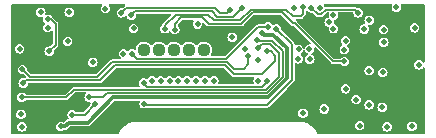
<source format=gbr>
%TF.GenerationSoftware,KiCad,Pcbnew,8.0.6*%
%TF.CreationDate,2025-01-21T23:53:35+01:00*%
%TF.ProjectId,HSSM-LVPCB,4853534d-2d4c-4565-9043-422e6b696361,rev?*%
%TF.SameCoordinates,Original*%
%TF.FileFunction,Copper,L3,Inr*%
%TF.FilePolarity,Positive*%
%FSLAX46Y46*%
G04 Gerber Fmt 4.6, Leading zero omitted, Abs format (unit mm)*
G04 Created by KiCad (PCBNEW 8.0.6) date 2025-01-21 23:53:35*
%MOMM*%
%LPD*%
G01*
G04 APERTURE LIST*
%TA.AperFunction,ComponentPad*%
%ADD10C,1.117600*%
%TD*%
%TA.AperFunction,ViaPad*%
%ADD11C,0.500000*%
%TD*%
%TA.AperFunction,Conductor*%
%ADD12C,0.150000*%
%TD*%
%TA.AperFunction,Conductor*%
%ADD13C,0.300000*%
%TD*%
G04 APERTURE END LIST*
D10*
%TO.N,GND*%
%TO.C,J2*%
X130729999Y-116400000D03*
%TO.N,/BOOT*%
X132000000Y-116400000D03*
%TO.N,/Enable*%
X133269999Y-116400000D03*
%TO.N,/U0RXD*%
X134539999Y-116400000D03*
%TO.N,/U0TXD*%
X135809998Y-116400000D03*
%TO.N,+3V3*%
X137079999Y-116400000D03*
%TD*%
D11*
%TO.N,GND*%
X124400000Y-113200000D03*
X129000000Y-116700000D03*
X143825000Y-116350000D03*
X131400000Y-119025000D03*
X147800000Y-119700000D03*
X144775000Y-117175000D03*
X124275000Y-115675000D03*
X151325000Y-122900000D03*
X150900000Y-121250000D03*
X151020000Y-114670000D03*
X151050000Y-115750000D03*
X122000000Y-113200000D03*
X144750000Y-116325000D03*
X148700000Y-120600000D03*
X154025000Y-117650000D03*
X143800000Y-117150000D03*
X136650000Y-119000000D03*
X126400000Y-117450000D03*
X149000000Y-122800000D03*
X146000000Y-121400000D03*
X150950000Y-118300000D03*
X129850000Y-114575000D03*
X120200000Y-116300000D03*
X153425000Y-122850000D03*
X120325000Y-121850000D03*
X135275000Y-114200000D03*
X120400000Y-122900000D03*
X149800000Y-121050000D03*
X139250000Y-116350000D03*
X144200000Y-121750000D03*
X149800000Y-118150000D03*
X149375000Y-114625000D03*
%TO.N,+3V3*%
X144450000Y-120550000D03*
X149825000Y-116050000D03*
X146800000Y-119300000D03*
X121700000Y-116300000D03*
X126300000Y-118200000D03*
X137700000Y-114700000D03*
X136100000Y-118200000D03*
X128700000Y-113925000D03*
X141900000Y-121600000D03*
X141900000Y-121025000D03*
%TO.N,/BOOT*%
X132500000Y-114600000D03*
X144200000Y-112800000D03*
%TO.N,/GPIO_Q1*%
X130700000Y-119200000D03*
X122700000Y-116500000D03*
X141125000Y-119000000D03*
X122600000Y-113800000D03*
%TO.N,/GPIO_Q2*%
X132900000Y-119000000D03*
X143425000Y-112825000D03*
X127475000Y-112900000D03*
X152100000Y-112775000D03*
%TO.N,/Enable*%
X133350000Y-114675000D03*
X147700000Y-117375000D03*
%TO.N,Net-(U1-SPIQ)*%
X141950000Y-114600000D03*
X130750000Y-120950000D03*
%TO.N,Net-(U1-SPIWP)*%
X141250000Y-114450000D03*
X129725000Y-116725000D03*
%TO.N,Net-(U1-SPIHD)*%
X140350000Y-116250000D03*
X120400000Y-120400000D03*
%TO.N,Net-(U1-SPICLK)*%
X120500000Y-119200000D03*
X141175000Y-116500000D03*
%TO.N,Net-(U1-SPID)*%
X120450000Y-118050000D03*
X139550000Y-116950000D03*
%TO.N,/SPICS0*%
X124650000Y-121875000D03*
X140300000Y-115550000D03*
X126600000Y-121000000D03*
X126100000Y-120400000D03*
%TO.N,/GPIO8*%
X144900000Y-112825000D03*
X148875000Y-113250000D03*
%TO.N,VDD_SPI*%
X140750000Y-114950000D03*
X123675000Y-122875000D03*
%TO.N,/S2_sym*%
X147800000Y-115600000D03*
X153650000Y-114520000D03*
%TO.N,/DO1*%
X135150000Y-119000000D03*
X145625000Y-112825000D03*
%TO.N,/DO3*%
X149800000Y-113875000D03*
%TO.N,/P_MEAS_RST*%
X140375000Y-117225000D03*
X135900000Y-119000000D03*
%TO.N,/GPIO_S2*%
X138050000Y-113050000D03*
X128825000Y-113250000D03*
X133650000Y-119000000D03*
%TO.N,/DO2*%
X147700000Y-116375000D03*
%TO.N,/GPIO_S1*%
X140400000Y-119000000D03*
%TO.N,+12V*%
X132150000Y-119000000D03*
%TO.N,/GPIO_S3*%
X134400000Y-119000000D03*
X139000000Y-112825000D03*
X129650000Y-113450000D03*
%TO.N,/LP_UART_RXD*%
X146775000Y-114600000D03*
%TO.N,/LP_UART_TXD*%
X146425000Y-114050000D03*
%TO.N,/S1_sym*%
X122600000Y-114500000D03*
%TO.N,/S3_sym*%
X138210589Y-115310589D03*
X146775000Y-113475000D03*
%TD*%
D12*
%TO.N,/BOOT*%
X144200000Y-112800000D02*
X144200000Y-113350000D01*
X138875000Y-113900000D02*
X136675000Y-113900000D01*
X133425000Y-113400000D02*
X132500000Y-114325000D01*
X144200000Y-113350000D02*
X144000000Y-113550000D01*
X144000000Y-113550000D02*
X143325000Y-113550000D01*
X132500000Y-114325000D02*
X132500000Y-114600000D01*
X143325000Y-113550000D02*
X142750000Y-112975000D01*
X136675000Y-113900000D02*
X136175000Y-113400000D01*
X139800000Y-112975000D02*
X138875000Y-113900000D01*
X136175000Y-113400000D02*
X133425000Y-113400000D01*
X142750000Y-112975000D02*
X139800000Y-112975000D01*
%TO.N,/GPIO_Q1*%
X123250000Y-114200000D02*
X122850000Y-113800000D01*
X122850000Y-113800000D02*
X122600000Y-113800000D01*
X130700000Y-119200000D02*
X131000000Y-119500000D01*
X123250000Y-115950000D02*
X123250000Y-114200000D01*
X122700000Y-116500000D02*
X123250000Y-115950000D01*
X140700000Y-119500000D02*
X141125000Y-119075000D01*
X131000000Y-119500000D02*
X140700000Y-119500000D01*
X141125000Y-119075000D02*
X141125000Y-119000000D01*
%TO.N,/Enable*%
X142450000Y-113225000D02*
X139925000Y-113225000D01*
X143525000Y-114125000D02*
X143350000Y-114125000D01*
X138975000Y-114175000D02*
X136200000Y-114175000D01*
X135675000Y-113650000D02*
X133900000Y-113650000D01*
X139925000Y-113225000D02*
X138975000Y-114175000D01*
X147700000Y-117375000D02*
X146775000Y-117375000D01*
X133350000Y-114200000D02*
X133350000Y-114675000D01*
X146775000Y-117375000D02*
X143525000Y-114125000D01*
X133900000Y-113650000D02*
X133350000Y-114200000D01*
X143350000Y-114125000D02*
X142450000Y-113225000D01*
X136200000Y-114175000D02*
X135675000Y-113650000D01*
%TO.N,Net-(U1-SPIQ)*%
X143275000Y-118925000D02*
X141125000Y-121075000D01*
X143275000Y-115925000D02*
X143275000Y-118925000D01*
X141950000Y-114600000D02*
X143275000Y-115925000D01*
X130875000Y-121075000D02*
X130750000Y-120950000D01*
X141125000Y-121075000D02*
X130875000Y-121075000D01*
%TO.N,Net-(U1-SPIWP)*%
X140407537Y-114450000D02*
X141250000Y-114450000D01*
X130150000Y-117150000D02*
X137707537Y-117150000D01*
X137707537Y-117150000D02*
X140407537Y-114450000D01*
X129725000Y-116725000D02*
X130150000Y-117150000D01*
%TO.N,Net-(U1-SPIHD)*%
X140350000Y-116250000D02*
X140700000Y-115900000D01*
X142150000Y-118675000D02*
X141075000Y-119750000D01*
X124175000Y-120400000D02*
X120400000Y-120400000D01*
X140700000Y-115900000D02*
X141375000Y-115900000D01*
X141375000Y-115900000D02*
X142150000Y-116675000D01*
X141075000Y-119750000D02*
X124825000Y-119750000D01*
X142150000Y-116675000D02*
X142150000Y-118675000D01*
X124825000Y-119750000D02*
X124175000Y-120400000D01*
%TO.N,Net-(U1-SPICLK)*%
X141175000Y-116500000D02*
X141450000Y-116500000D01*
X141825000Y-117300000D02*
X140700000Y-118425000D01*
X127000000Y-118975000D02*
X120725000Y-118975000D01*
X141825000Y-116875000D02*
X141825000Y-117300000D01*
X137600000Y-117700000D02*
X128275000Y-117700000D01*
X140700000Y-118425000D02*
X138325000Y-118425000D01*
X138325000Y-118425000D02*
X137600000Y-117700000D01*
X128275000Y-117700000D02*
X127000000Y-118975000D01*
X120725000Y-118975000D02*
X120500000Y-119200000D01*
X141450000Y-116500000D02*
X141825000Y-116875000D01*
%TO.N,Net-(U1-SPID)*%
X139175000Y-118000000D02*
X138400000Y-118000000D01*
X126775000Y-118675000D02*
X121075000Y-118675000D01*
X139550000Y-117625000D02*
X139175000Y-118000000D01*
X139550000Y-116950000D02*
X139550000Y-117625000D01*
X121075000Y-118675000D02*
X120450000Y-118050000D01*
X128050000Y-117400000D02*
X126775000Y-118675000D01*
X138400000Y-118000000D02*
X137800000Y-117400000D01*
X137800000Y-117400000D02*
X128050000Y-117400000D01*
%TO.N,/SPICS0*%
X127250000Y-120400000D02*
X126100000Y-120400000D01*
X141600000Y-115600000D02*
X142525000Y-116525000D01*
X142525000Y-118675000D02*
X141150000Y-120050000D01*
X127600000Y-120050000D02*
X127250000Y-120400000D01*
X124650000Y-121875000D02*
X125725000Y-121875000D01*
X140300000Y-115550000D02*
X140350000Y-115600000D01*
X142525000Y-116525000D02*
X142525000Y-118675000D01*
X125725000Y-121875000D02*
X126600000Y-121000000D01*
X140350000Y-115600000D02*
X141600000Y-115600000D01*
X141150000Y-120050000D02*
X127600000Y-120050000D01*
%TO.N,/GPIO8*%
X145450000Y-113375000D02*
X144900000Y-112825000D01*
X148875000Y-113250000D02*
X148600000Y-112975000D01*
X148600000Y-112975000D02*
X146150000Y-112975000D01*
X145750000Y-113375000D02*
X145450000Y-113375000D01*
X146150000Y-112975000D02*
X145750000Y-113375000D01*
D13*
%TO.N,VDD_SPI*%
X141700000Y-115100000D02*
X140900000Y-115100000D01*
X123675000Y-122875000D02*
X124050000Y-122875000D01*
X124050000Y-122875000D02*
X124375000Y-122550000D01*
X141275000Y-120400000D02*
X142875000Y-118800000D01*
X142875000Y-116275000D02*
X141700000Y-115100000D01*
X125975000Y-122550000D02*
X128125000Y-120400000D01*
X124375000Y-122550000D02*
X125975000Y-122550000D01*
X142875000Y-118800000D02*
X142875000Y-116275000D01*
X140900000Y-115100000D02*
X140750000Y-114950000D01*
X128125000Y-120400000D02*
X141275000Y-120400000D01*
D12*
%TO.N,/GPIO_S2*%
X138050000Y-113050000D02*
X137800000Y-113300000D01*
X136750000Y-112850000D02*
X129225000Y-112850000D01*
X129225000Y-112850000D02*
X128825000Y-113250000D01*
X137800000Y-113300000D02*
X137200000Y-113300000D01*
X137200000Y-113300000D02*
X136750000Y-112850000D01*
%TO.N,/GPIO_S3*%
X139000000Y-112825000D02*
X138250000Y-113575000D01*
X136500000Y-113125000D02*
X129975000Y-113125000D01*
X129975000Y-113125000D02*
X129650000Y-113450000D01*
X136950000Y-113575000D02*
X136500000Y-113125000D01*
X138250000Y-113575000D02*
X136950000Y-113575000D01*
%TD*%
%TA.AperFunction,Conductor*%
%TO.N,+3V3*%
G36*
X127181782Y-112522174D02*
G01*
X127203456Y-112574500D01*
X127181782Y-112626826D01*
X127146951Y-112661656D01*
X127146950Y-112661658D01*
X127103232Y-112747460D01*
X127089353Y-112774698D01*
X127069508Y-112900000D01*
X127089353Y-113025301D01*
X127089353Y-113025302D01*
X127089354Y-113025304D01*
X127146950Y-113138342D01*
X127236658Y-113228050D01*
X127349696Y-113285646D01*
X127475000Y-113305492D01*
X127600304Y-113285646D01*
X127713342Y-113228050D01*
X127803050Y-113138342D01*
X127860646Y-113025304D01*
X127880492Y-112900000D01*
X127860646Y-112774696D01*
X127803050Y-112661658D01*
X127768218Y-112626826D01*
X127746544Y-112574500D01*
X127768218Y-112522174D01*
X127820544Y-112500500D01*
X129107484Y-112500500D01*
X129159810Y-112522174D01*
X129181484Y-112574500D01*
X129159810Y-112626826D01*
X129135802Y-112642867D01*
X129097266Y-112658828D01*
X129097262Y-112658831D01*
X128926408Y-112829685D01*
X128874082Y-112851359D01*
X128862507Y-112850448D01*
X128825000Y-112844508D01*
X128699698Y-112864353D01*
X128586656Y-112921951D01*
X128496951Y-113011656D01*
X128439353Y-113124698D01*
X128419508Y-113250000D01*
X128439353Y-113375301D01*
X128439353Y-113375302D01*
X128439354Y-113375304D01*
X128496950Y-113488342D01*
X128586658Y-113578050D01*
X128699696Y-113635646D01*
X128825000Y-113655492D01*
X128950304Y-113635646D01*
X129063342Y-113578050D01*
X129134550Y-113506841D01*
X129186875Y-113485168D01*
X129239201Y-113506842D01*
X129259964Y-113547590D01*
X129264353Y-113575301D01*
X129264353Y-113575302D01*
X129264354Y-113575304D01*
X129321950Y-113688342D01*
X129411658Y-113778050D01*
X129524696Y-113835646D01*
X129650000Y-113855492D01*
X129775304Y-113835646D01*
X129888342Y-113778050D01*
X129978050Y-113688342D01*
X130035646Y-113575304D01*
X130055492Y-113450000D01*
X130053646Y-113438342D01*
X130053287Y-113436075D01*
X130066510Y-113381003D01*
X130114801Y-113351411D01*
X130126376Y-113350500D01*
X132976943Y-113350500D01*
X133029269Y-113372174D01*
X133050943Y-113424500D01*
X133029269Y-113476825D01*
X132694438Y-113811656D01*
X132372265Y-114133829D01*
X132308830Y-114197263D01*
X132308830Y-114197264D01*
X132305420Y-114205496D01*
X132305419Y-114205495D01*
X132292682Y-114236244D01*
X132264821Y-114266403D01*
X132266366Y-114268530D01*
X132261656Y-114271951D01*
X132171951Y-114361656D01*
X132114353Y-114474698D01*
X132094508Y-114600000D01*
X132114353Y-114725301D01*
X132114353Y-114725302D01*
X132114354Y-114725304D01*
X132171950Y-114838342D01*
X132261658Y-114928050D01*
X132374696Y-114985646D01*
X132500000Y-115005492D01*
X132625304Y-114985646D01*
X132738342Y-114928050D01*
X132828050Y-114838342D01*
X132839958Y-114814970D01*
X132883023Y-114778187D01*
X132939485Y-114782630D01*
X132971826Y-114814969D01*
X132996474Y-114863343D01*
X133021950Y-114913342D01*
X133111658Y-115003050D01*
X133224696Y-115060646D01*
X133350000Y-115080492D01*
X133475304Y-115060646D01*
X133588342Y-115003050D01*
X133678050Y-114913342D01*
X133735646Y-114800304D01*
X133755492Y-114675000D01*
X133735646Y-114549696D01*
X133678050Y-114436658D01*
X133607474Y-114366082D01*
X133585800Y-114313756D01*
X133607473Y-114261431D01*
X133971732Y-113897174D01*
X134024058Y-113875500D01*
X134870093Y-113875500D01*
X134922419Y-113897174D01*
X134944093Y-113949500D01*
X134936027Y-113983095D01*
X134889354Y-114074695D01*
X134889353Y-114074695D01*
X134869508Y-114200000D01*
X134889353Y-114325301D01*
X134889353Y-114325302D01*
X134889354Y-114325304D01*
X134946950Y-114438342D01*
X135036658Y-114528050D01*
X135149696Y-114585646D01*
X135275000Y-114605492D01*
X135400304Y-114585646D01*
X135513342Y-114528050D01*
X135603050Y-114438342D01*
X135660646Y-114325304D01*
X135680492Y-114200000D01*
X135673663Y-114156884D01*
X135686885Y-114101813D01*
X135735176Y-114072220D01*
X135790248Y-114085442D01*
X135799078Y-114092983D01*
X136004609Y-114298514D01*
X136004612Y-114298518D01*
X136008830Y-114302736D01*
X136072264Y-114366170D01*
X136092372Y-114374499D01*
X136155145Y-114400501D01*
X136155146Y-114400501D01*
X136253467Y-114400501D01*
X136253475Y-114400500D01*
X138921525Y-114400500D01*
X138921533Y-114400501D01*
X138930145Y-114400501D01*
X139019854Y-114400501D01*
X139019855Y-114400501D01*
X139082628Y-114374499D01*
X139102736Y-114366170D01*
X139166170Y-114302736D01*
X139166170Y-114302735D01*
X139176575Y-114292330D01*
X139176576Y-114292327D01*
X139996731Y-113472174D01*
X140049057Y-113450500D01*
X142325943Y-113450500D01*
X142378269Y-113472174D01*
X143154609Y-114248514D01*
X143154612Y-114248518D01*
X143158830Y-114252736D01*
X143222264Y-114316170D01*
X143305145Y-114350500D01*
X143394854Y-114350500D01*
X143400943Y-114350500D01*
X143453269Y-114372174D01*
X144886721Y-115805626D01*
X144908395Y-115857952D01*
X144886721Y-115910278D01*
X144834395Y-115931952D01*
X144822819Y-115931041D01*
X144750000Y-115919508D01*
X144624698Y-115939353D01*
X144511656Y-115996951D01*
X144421951Y-116086656D01*
X144364353Y-116199698D01*
X144358609Y-116235968D01*
X144329016Y-116284258D01*
X144273943Y-116297480D01*
X144225653Y-116267887D01*
X144212431Y-116235966D01*
X144212297Y-116235120D01*
X144210646Y-116224696D01*
X144153050Y-116111658D01*
X144063342Y-116021950D01*
X143950304Y-115964354D01*
X143950302Y-115964353D01*
X143950301Y-115964353D01*
X143825000Y-115944508D01*
X143699698Y-115964353D01*
X143699696Y-115964353D01*
X143699696Y-115964354D01*
X143608095Y-116011027D01*
X143551633Y-116015470D01*
X143508566Y-115978687D01*
X143500501Y-115945092D01*
X143500501Y-115880144D01*
X143466170Y-115797265D01*
X143466169Y-115797263D01*
X143398521Y-115729615D01*
X143398514Y-115729609D01*
X142370314Y-114701409D01*
X142348640Y-114649083D01*
X142349550Y-114637513D01*
X142355492Y-114600000D01*
X142335646Y-114474696D01*
X142278050Y-114361658D01*
X142188342Y-114271950D01*
X142075304Y-114214354D01*
X142075302Y-114214353D01*
X142075301Y-114214353D01*
X141950000Y-114194508D01*
X141824695Y-114214353D01*
X141824695Y-114214354D01*
X141711660Y-114271948D01*
X141706946Y-114275374D01*
X141704880Y-114272530D01*
X141663049Y-114289763D01*
X141610766Y-114267987D01*
X141597262Y-114249363D01*
X141578050Y-114211658D01*
X141488342Y-114121950D01*
X141375304Y-114064354D01*
X141375302Y-114064353D01*
X141375301Y-114064353D01*
X141250000Y-114044508D01*
X141124698Y-114064353D01*
X141011656Y-114121951D01*
X140987877Y-114145731D01*
X140930781Y-114202826D01*
X140878457Y-114224500D01*
X140461012Y-114224500D01*
X140461004Y-114224499D01*
X140452392Y-114224499D01*
X140362683Y-114224499D01*
X140314131Y-114244608D01*
X140314132Y-114244609D01*
X140279804Y-114258828D01*
X140279802Y-114258829D01*
X140216366Y-114322265D01*
X137635806Y-116902826D01*
X137583480Y-116924500D01*
X136450821Y-116924500D01*
X136398495Y-116902826D01*
X136376821Y-116850500D01*
X136389920Y-116808463D01*
X136392208Y-116805148D01*
X136442665Y-116732049D01*
X136503746Y-116570993D01*
X136504553Y-116564354D01*
X136524508Y-116400003D01*
X136524508Y-116399996D01*
X136503747Y-116229011D01*
X136503746Y-116229009D01*
X136503746Y-116229007D01*
X136442665Y-116067951D01*
X136380111Y-115977326D01*
X136344814Y-115926189D01*
X136215885Y-115811969D01*
X136135421Y-115769738D01*
X136063367Y-115731922D01*
X135896123Y-115690700D01*
X135723873Y-115690700D01*
X135556629Y-115731922D01*
X135556625Y-115731923D01*
X135556625Y-115731924D01*
X135404110Y-115811969D01*
X135275181Y-115926189D01*
X135235899Y-115983100D01*
X135188337Y-116013851D01*
X135132961Y-116001964D01*
X135114097Y-115983099D01*
X135074817Y-115926191D01*
X134945886Y-115811969D01*
X134865422Y-115769738D01*
X134793368Y-115731922D01*
X134626124Y-115690700D01*
X134453874Y-115690700D01*
X134286630Y-115731922D01*
X134286626Y-115731923D01*
X134286626Y-115731924D01*
X134134111Y-115811969D01*
X134005182Y-115926189D01*
X133981667Y-115960258D01*
X133965901Y-115983100D01*
X133965900Y-115983101D01*
X133918338Y-116013852D01*
X133862962Y-116001965D01*
X133844098Y-115983101D01*
X133844097Y-115983100D01*
X133806100Y-115928051D01*
X133804815Y-115926189D01*
X133675886Y-115811969D01*
X133595422Y-115769738D01*
X133523368Y-115731922D01*
X133356124Y-115690700D01*
X133183874Y-115690700D01*
X133016630Y-115731922D01*
X133016626Y-115731923D01*
X133016626Y-115731924D01*
X132864111Y-115811969D01*
X132735182Y-115926189D01*
X132695900Y-115983100D01*
X132648338Y-116013851D01*
X132592962Y-116001964D01*
X132574098Y-115983099D01*
X132534818Y-115926191D01*
X132405887Y-115811969D01*
X132325423Y-115769738D01*
X132253369Y-115731922D01*
X132086125Y-115690700D01*
X131913875Y-115690700D01*
X131746631Y-115731922D01*
X131746627Y-115731923D01*
X131746627Y-115731924D01*
X131594112Y-115811969D01*
X131465180Y-115926192D01*
X131425899Y-115983101D01*
X131378337Y-116013852D01*
X131322962Y-116001964D01*
X131304098Y-115983101D01*
X131304097Y-115983100D01*
X131266100Y-115928051D01*
X131264815Y-115926189D01*
X131135886Y-115811969D01*
X131055422Y-115769738D01*
X130983368Y-115731922D01*
X130816124Y-115690700D01*
X130643874Y-115690700D01*
X130476630Y-115731922D01*
X130476626Y-115731923D01*
X130476626Y-115731924D01*
X130324111Y-115811969D01*
X130195182Y-115926189D01*
X130097331Y-116067951D01*
X130036251Y-116229007D01*
X130036249Y-116229012D01*
X130025555Y-116317087D01*
X129997732Y-116366419D01*
X129943175Y-116381627D01*
X129918500Y-116374102D01*
X129850304Y-116339354D01*
X129850302Y-116339353D01*
X129850301Y-116339353D01*
X129725000Y-116319508D01*
X129599698Y-116339353D01*
X129486656Y-116396951D01*
X129427326Y-116456282D01*
X129375000Y-116477956D01*
X129322674Y-116456282D01*
X129238343Y-116371951D01*
X129238342Y-116371950D01*
X129125304Y-116314354D01*
X129125302Y-116314353D01*
X129125301Y-116314353D01*
X129000000Y-116294508D01*
X128874698Y-116314353D01*
X128761656Y-116371951D01*
X128671951Y-116461656D01*
X128614353Y-116574698D01*
X128594508Y-116700000D01*
X128614353Y-116825301D01*
X128614353Y-116825302D01*
X128614354Y-116825304D01*
X128671950Y-116938342D01*
X128761658Y-117028050D01*
X128774447Y-117034566D01*
X128811229Y-117077632D01*
X128806786Y-117134095D01*
X128763719Y-117170878D01*
X128740851Y-117174500D01*
X128005145Y-117174500D01*
X127922266Y-117208828D01*
X127922263Y-117208830D01*
X126703269Y-118427826D01*
X126650943Y-118449500D01*
X121199058Y-118449500D01*
X121146732Y-118427826D01*
X120870314Y-118151408D01*
X120848640Y-118099082D01*
X120849550Y-118087513D01*
X120855492Y-118050000D01*
X120835646Y-117924696D01*
X120778050Y-117811658D01*
X120688342Y-117721950D01*
X120575304Y-117664354D01*
X120575302Y-117664353D01*
X120575301Y-117664353D01*
X120450000Y-117644508D01*
X120324698Y-117664353D01*
X120211656Y-117721951D01*
X120121951Y-117811656D01*
X120064353Y-117924698D01*
X120044508Y-118050000D01*
X120064353Y-118175301D01*
X120064353Y-118175302D01*
X120064354Y-118175304D01*
X120121950Y-118288342D01*
X120211658Y-118378050D01*
X120324696Y-118435646D01*
X120450000Y-118455492D01*
X120487506Y-118449551D01*
X120542577Y-118462772D01*
X120551408Y-118470314D01*
X120708216Y-118627122D01*
X120729890Y-118679448D01*
X120708216Y-118731774D01*
X120684208Y-118747815D01*
X120621537Y-118773774D01*
X120621536Y-118773773D01*
X120597265Y-118783828D01*
X120591202Y-118787880D01*
X120589129Y-118784778D01*
X120549045Y-118801359D01*
X120537507Y-118800448D01*
X120500000Y-118794508D01*
X120374698Y-118814353D01*
X120261656Y-118871951D01*
X120171951Y-118961656D01*
X120114353Y-119074698D01*
X120094508Y-119200000D01*
X120114353Y-119325301D01*
X120114353Y-119325302D01*
X120114354Y-119325304D01*
X120171950Y-119438342D01*
X120261658Y-119528050D01*
X120374696Y-119585646D01*
X120500000Y-119605492D01*
X120625304Y-119585646D01*
X120738342Y-119528050D01*
X120828050Y-119438342D01*
X120885646Y-119325304D01*
X120895526Y-119262923D01*
X120925119Y-119214633D01*
X120968615Y-119200500D01*
X126946525Y-119200500D01*
X126946533Y-119200501D01*
X126955145Y-119200501D01*
X127044854Y-119200501D01*
X127044855Y-119200501D01*
X127103460Y-119176225D01*
X127127736Y-119166170D01*
X127191170Y-119102736D01*
X127191170Y-119102735D01*
X127201575Y-119092330D01*
X127201576Y-119092327D01*
X128346732Y-117947174D01*
X128399058Y-117925500D01*
X137475943Y-117925500D01*
X137528269Y-117947174D01*
X138129609Y-118548514D01*
X138129612Y-118548518D01*
X138133830Y-118552736D01*
X138197264Y-118616170D01*
X138225945Y-118628050D01*
X138280146Y-118650501D01*
X138280147Y-118650501D01*
X138378467Y-118650501D01*
X138378475Y-118650500D01*
X140007831Y-118650500D01*
X140060157Y-118672174D01*
X140081831Y-118724500D01*
X140073766Y-118758095D01*
X140071951Y-118761656D01*
X140071950Y-118761658D01*
X140018631Y-118866302D01*
X140014353Y-118874698D01*
X139994508Y-119000000D01*
X140014353Y-119125302D01*
X140014353Y-119125303D01*
X140014354Y-119125304D01*
X140035551Y-119166905D01*
X140039995Y-119223367D01*
X140003213Y-119266434D01*
X139969617Y-119274500D01*
X137080383Y-119274500D01*
X137028057Y-119252826D01*
X137006383Y-119200500D01*
X137014448Y-119166906D01*
X137035646Y-119125304D01*
X137055492Y-119000000D01*
X137035646Y-118874696D01*
X136978050Y-118761658D01*
X136888342Y-118671950D01*
X136775304Y-118614354D01*
X136775302Y-118614353D01*
X136775301Y-118614353D01*
X136650000Y-118594508D01*
X136524698Y-118614353D01*
X136411656Y-118671951D01*
X136327326Y-118756282D01*
X136275000Y-118777956D01*
X136222674Y-118756282D01*
X136138343Y-118671951D01*
X136138342Y-118671950D01*
X136025304Y-118614354D01*
X136025302Y-118614353D01*
X136025301Y-118614353D01*
X135900000Y-118594508D01*
X135774698Y-118614353D01*
X135661656Y-118671951D01*
X135577326Y-118756282D01*
X135525000Y-118777956D01*
X135472674Y-118756282D01*
X135388343Y-118671951D01*
X135388342Y-118671950D01*
X135275304Y-118614354D01*
X135275302Y-118614353D01*
X135275301Y-118614353D01*
X135150000Y-118594508D01*
X135024698Y-118614353D01*
X134911656Y-118671951D01*
X134827326Y-118756282D01*
X134775000Y-118777956D01*
X134722674Y-118756282D01*
X134638343Y-118671951D01*
X134638342Y-118671950D01*
X134525304Y-118614354D01*
X134525302Y-118614353D01*
X134525301Y-118614353D01*
X134400000Y-118594508D01*
X134274698Y-118614353D01*
X134161656Y-118671951D01*
X134077326Y-118756282D01*
X134025000Y-118777956D01*
X133972674Y-118756282D01*
X133888343Y-118671951D01*
X133888342Y-118671950D01*
X133775304Y-118614354D01*
X133775302Y-118614353D01*
X133775301Y-118614353D01*
X133650000Y-118594508D01*
X133524698Y-118614353D01*
X133411656Y-118671951D01*
X133327326Y-118756282D01*
X133275000Y-118777956D01*
X133222674Y-118756282D01*
X133138343Y-118671951D01*
X133138342Y-118671950D01*
X133025304Y-118614354D01*
X133025302Y-118614353D01*
X133025301Y-118614353D01*
X132900000Y-118594508D01*
X132774698Y-118614353D01*
X132661656Y-118671951D01*
X132577326Y-118756282D01*
X132525000Y-118777956D01*
X132472674Y-118756282D01*
X132388343Y-118671951D01*
X132388342Y-118671950D01*
X132275304Y-118614354D01*
X132275302Y-118614353D01*
X132275301Y-118614353D01*
X132150000Y-118594508D01*
X132024698Y-118614353D01*
X131911656Y-118671951D01*
X131817832Y-118765776D01*
X131816420Y-118764364D01*
X131774550Y-118790021D01*
X131719478Y-118776798D01*
X131710650Y-118769258D01*
X131638343Y-118696951D01*
X131638342Y-118696950D01*
X131525304Y-118639354D01*
X131525302Y-118639353D01*
X131525301Y-118639353D01*
X131400000Y-118619508D01*
X131274698Y-118639353D01*
X131161656Y-118696951D01*
X131071949Y-118786658D01*
X131043469Y-118842553D01*
X131000401Y-118879336D01*
X130943939Y-118874891D01*
X130943086Y-118874367D01*
X130854576Y-118829269D01*
X130825304Y-118814354D01*
X130825302Y-118814353D01*
X130825301Y-118814353D01*
X130700000Y-118794508D01*
X130574698Y-118814353D01*
X130461656Y-118871951D01*
X130371951Y-118961656D01*
X130314353Y-119074698D01*
X130294508Y-119200000D01*
X130314354Y-119325304D01*
X130361027Y-119416905D01*
X130365471Y-119473367D01*
X130328688Y-119516434D01*
X130295093Y-119524500D01*
X124878475Y-119524500D01*
X124878467Y-119524499D01*
X124869855Y-119524499D01*
X124780146Y-119524499D01*
X124731594Y-119544608D01*
X124731595Y-119544609D01*
X124697267Y-119558828D01*
X124697265Y-119558829D01*
X124633829Y-119622265D01*
X124103269Y-120152826D01*
X124050943Y-120174500D01*
X120771543Y-120174500D01*
X120719218Y-120152826D01*
X120638342Y-120071950D01*
X120525304Y-120014354D01*
X120525302Y-120014353D01*
X120525301Y-120014353D01*
X120400000Y-119994508D01*
X120274698Y-120014353D01*
X120161656Y-120071951D01*
X120071951Y-120161656D01*
X120014353Y-120274698D01*
X119994508Y-120400000D01*
X120014353Y-120525301D01*
X120014353Y-120525302D01*
X120014354Y-120525304D01*
X120071950Y-120638342D01*
X120161658Y-120728050D01*
X120274696Y-120785646D01*
X120400000Y-120805492D01*
X120525304Y-120785646D01*
X120638342Y-120728050D01*
X120719218Y-120647173D01*
X120771543Y-120625500D01*
X124121525Y-120625500D01*
X124121533Y-120625501D01*
X124130145Y-120625501D01*
X124219853Y-120625501D01*
X124219855Y-120625501D01*
X124294677Y-120594508D01*
X124294678Y-120594508D01*
X124296503Y-120593751D01*
X124302736Y-120591170D01*
X124366170Y-120527736D01*
X124366170Y-120527735D01*
X124376575Y-120517330D01*
X124376576Y-120517327D01*
X124896731Y-119997174D01*
X124949057Y-119975500D01*
X125779456Y-119975500D01*
X125831782Y-119997174D01*
X125853456Y-120049500D01*
X125831782Y-120101826D01*
X125771951Y-120161656D01*
X125714353Y-120274698D01*
X125694508Y-120400000D01*
X125714353Y-120525301D01*
X125714353Y-120525302D01*
X125714354Y-120525304D01*
X125771950Y-120638342D01*
X125861658Y-120728050D01*
X125974696Y-120785646D01*
X126100000Y-120805492D01*
X126127941Y-120801066D01*
X126183012Y-120814287D01*
X126212606Y-120862578D01*
X126212606Y-120885731D01*
X126194508Y-121000000D01*
X126200448Y-121037507D01*
X126187226Y-121092579D01*
X126179685Y-121101408D01*
X125653269Y-121627826D01*
X125600943Y-121649500D01*
X125021543Y-121649500D01*
X124969218Y-121627826D01*
X124888342Y-121546950D01*
X124775304Y-121489354D01*
X124775302Y-121489353D01*
X124775301Y-121489353D01*
X124650000Y-121469508D01*
X124524698Y-121489353D01*
X124411656Y-121546951D01*
X124321951Y-121636656D01*
X124264353Y-121749698D01*
X124244508Y-121875000D01*
X124264353Y-122000301D01*
X124264353Y-122000302D01*
X124264354Y-122000304D01*
X124321950Y-122113342D01*
X124321951Y-122113343D01*
X124341553Y-122132945D01*
X124363227Y-122185271D01*
X124341553Y-122237597D01*
X124308381Y-122256749D01*
X124259013Y-122269978D01*
X124259009Y-122269979D01*
X124190488Y-122309540D01*
X123977682Y-122522345D01*
X123925356Y-122544019D01*
X123891761Y-122535954D01*
X123865052Y-122522345D01*
X123800304Y-122489354D01*
X123800302Y-122489353D01*
X123800301Y-122489353D01*
X123675000Y-122469508D01*
X123549698Y-122489353D01*
X123436656Y-122546951D01*
X123346951Y-122636656D01*
X123289353Y-122749698D01*
X123269508Y-122875000D01*
X123289353Y-123000301D01*
X123289353Y-123000302D01*
X123289354Y-123000304D01*
X123346950Y-123113342D01*
X123436658Y-123203050D01*
X123549696Y-123260646D01*
X123675000Y-123280492D01*
X123800304Y-123260646D01*
X123913342Y-123203050D01*
X123919218Y-123197174D01*
X123971544Y-123175500D01*
X124089564Y-123175500D01*
X124089564Y-123175499D01*
X124165989Y-123155021D01*
X124234511Y-123115460D01*
X124290460Y-123059511D01*
X124477797Y-122872174D01*
X124530123Y-122850500D01*
X126014564Y-122850500D01*
X126014564Y-122850499D01*
X126090989Y-122830021D01*
X126159511Y-122790460D01*
X126215460Y-122734511D01*
X127199971Y-121750000D01*
X143794508Y-121750000D01*
X143814353Y-121875301D01*
X143814353Y-121875302D01*
X143814354Y-121875304D01*
X143871950Y-121988342D01*
X143961658Y-122078050D01*
X144074696Y-122135646D01*
X144200000Y-122155492D01*
X144325304Y-122135646D01*
X144438342Y-122078050D01*
X144528050Y-121988342D01*
X144585646Y-121875304D01*
X144605492Y-121750000D01*
X144585646Y-121624696D01*
X144528050Y-121511658D01*
X144438342Y-121421950D01*
X144395263Y-121400000D01*
X145594508Y-121400000D01*
X145614353Y-121525301D01*
X145614353Y-121525302D01*
X145614354Y-121525304D01*
X145671950Y-121638342D01*
X145761658Y-121728050D01*
X145874696Y-121785646D01*
X146000000Y-121805492D01*
X146125304Y-121785646D01*
X146238342Y-121728050D01*
X146328050Y-121638342D01*
X146385646Y-121525304D01*
X146405492Y-121400000D01*
X146385646Y-121274696D01*
X146328050Y-121161658D01*
X146238342Y-121071950D01*
X146195263Y-121050000D01*
X149394508Y-121050000D01*
X149414353Y-121175301D01*
X149414353Y-121175302D01*
X149414354Y-121175304D01*
X149471950Y-121288342D01*
X149561658Y-121378050D01*
X149674696Y-121435646D01*
X149800000Y-121455492D01*
X149925304Y-121435646D01*
X150038342Y-121378050D01*
X150128050Y-121288342D01*
X150147586Y-121250000D01*
X150494508Y-121250000D01*
X150514353Y-121375301D01*
X150514353Y-121375302D01*
X150514354Y-121375304D01*
X150571950Y-121488342D01*
X150661658Y-121578050D01*
X150774696Y-121635646D01*
X150900000Y-121655492D01*
X151025304Y-121635646D01*
X151138342Y-121578050D01*
X151228050Y-121488342D01*
X151285646Y-121375304D01*
X151305492Y-121250000D01*
X151285646Y-121124696D01*
X151228050Y-121011658D01*
X151138342Y-120921950D01*
X151025304Y-120864354D01*
X151025302Y-120864353D01*
X151025301Y-120864353D01*
X150900000Y-120844508D01*
X150774698Y-120864353D01*
X150661656Y-120921951D01*
X150571951Y-121011656D01*
X150514353Y-121124698D01*
X150494508Y-121250000D01*
X150147586Y-121250000D01*
X150185646Y-121175304D01*
X150205492Y-121050000D01*
X150185646Y-120924696D01*
X150128050Y-120811658D01*
X150038342Y-120721950D01*
X149925304Y-120664354D01*
X149925302Y-120664353D01*
X149925301Y-120664353D01*
X149800000Y-120644508D01*
X149674698Y-120664353D01*
X149561656Y-120721951D01*
X149471951Y-120811656D01*
X149414353Y-120924698D01*
X149394508Y-121050000D01*
X146195263Y-121050000D01*
X146125304Y-121014354D01*
X146125302Y-121014353D01*
X146125301Y-121014353D01*
X146000000Y-120994508D01*
X145874698Y-121014353D01*
X145761656Y-121071951D01*
X145671951Y-121161656D01*
X145614353Y-121274698D01*
X145594508Y-121400000D01*
X144395263Y-121400000D01*
X144325304Y-121364354D01*
X144325302Y-121364353D01*
X144325301Y-121364353D01*
X144200000Y-121344508D01*
X144074698Y-121364353D01*
X143961656Y-121421951D01*
X143871951Y-121511656D01*
X143814353Y-121624698D01*
X143794508Y-121750000D01*
X127199971Y-121750000D01*
X128227797Y-120722174D01*
X128280123Y-120700500D01*
X130306879Y-120700500D01*
X130359205Y-120722174D01*
X130380879Y-120774500D01*
X130372813Y-120808092D01*
X130369658Y-120814287D01*
X130364353Y-120824697D01*
X130344508Y-120950000D01*
X130364353Y-121075301D01*
X130364353Y-121075302D01*
X130364354Y-121075304D01*
X130421950Y-121188342D01*
X130511658Y-121278050D01*
X130624696Y-121335646D01*
X130750000Y-121355492D01*
X130875304Y-121335646D01*
X130928454Y-121308565D01*
X130962049Y-121300500D01*
X141071525Y-121300500D01*
X141071533Y-121300501D01*
X141080145Y-121300501D01*
X141169854Y-121300501D01*
X141169855Y-121300501D01*
X141232152Y-121274696D01*
X141252736Y-121266170D01*
X141316170Y-121202736D01*
X141316170Y-121202735D01*
X141326575Y-121192330D01*
X141326577Y-121192327D01*
X141918904Y-120600000D01*
X148294508Y-120600000D01*
X148314353Y-120725301D01*
X148314353Y-120725302D01*
X148314354Y-120725304D01*
X148371950Y-120838342D01*
X148461658Y-120928050D01*
X148574696Y-120985646D01*
X148700000Y-121005492D01*
X148825304Y-120985646D01*
X148938342Y-120928050D01*
X149028050Y-120838342D01*
X149085646Y-120725304D01*
X149105492Y-120600000D01*
X149085646Y-120474696D01*
X149028050Y-120361658D01*
X148938342Y-120271950D01*
X148825304Y-120214354D01*
X148825302Y-120214353D01*
X148825301Y-120214353D01*
X148700000Y-120194508D01*
X148574698Y-120214353D01*
X148461656Y-120271951D01*
X148371951Y-120361656D01*
X148314353Y-120474698D01*
X148294508Y-120600000D01*
X141918904Y-120600000D01*
X142818904Y-119700000D01*
X147394508Y-119700000D01*
X147414353Y-119825301D01*
X147414353Y-119825302D01*
X147414354Y-119825304D01*
X147471950Y-119938342D01*
X147561658Y-120028050D01*
X147674696Y-120085646D01*
X147800000Y-120105492D01*
X147925304Y-120085646D01*
X148038342Y-120028050D01*
X148128050Y-119938342D01*
X148185646Y-119825304D01*
X148205492Y-119700000D01*
X148185646Y-119574696D01*
X148128050Y-119461658D01*
X148038342Y-119371950D01*
X147925304Y-119314354D01*
X147925302Y-119314353D01*
X147925301Y-119314353D01*
X147800000Y-119294508D01*
X147674698Y-119314353D01*
X147561656Y-119371951D01*
X147471951Y-119461656D01*
X147414353Y-119574698D01*
X147394508Y-119700000D01*
X142818904Y-119700000D01*
X143392327Y-119126577D01*
X143392330Y-119126575D01*
X143402735Y-119116170D01*
X143402736Y-119116170D01*
X143466170Y-119052736D01*
X143500500Y-118969855D01*
X143500500Y-118150000D01*
X149394508Y-118150000D01*
X149414353Y-118275301D01*
X149414353Y-118275302D01*
X149414354Y-118275304D01*
X149471950Y-118388342D01*
X149561658Y-118478050D01*
X149674696Y-118535646D01*
X149800000Y-118555492D01*
X149925304Y-118535646D01*
X150038342Y-118478050D01*
X150128050Y-118388342D01*
X150173063Y-118300000D01*
X150544508Y-118300000D01*
X150564353Y-118425301D01*
X150564353Y-118425302D01*
X150564354Y-118425304D01*
X150621950Y-118538342D01*
X150711658Y-118628050D01*
X150824696Y-118685646D01*
X150950000Y-118705492D01*
X151075304Y-118685646D01*
X151188342Y-118628050D01*
X151278050Y-118538342D01*
X151335646Y-118425304D01*
X151355492Y-118300000D01*
X151335646Y-118174696D01*
X151278050Y-118061658D01*
X151188342Y-117971950D01*
X151075304Y-117914354D01*
X151075302Y-117914353D01*
X151075301Y-117914353D01*
X150950000Y-117894508D01*
X150824698Y-117914353D01*
X150711656Y-117971951D01*
X150621951Y-118061656D01*
X150564353Y-118174698D01*
X150544508Y-118300000D01*
X150173063Y-118300000D01*
X150185646Y-118275304D01*
X150205492Y-118150000D01*
X150185646Y-118024696D01*
X150128050Y-117911658D01*
X150038342Y-117821950D01*
X149925304Y-117764354D01*
X149925302Y-117764353D01*
X149925301Y-117764353D01*
X149800000Y-117744508D01*
X149674698Y-117764353D01*
X149674696Y-117764353D01*
X149674696Y-117764354D01*
X149643024Y-117780492D01*
X149561656Y-117821951D01*
X149471951Y-117911656D01*
X149414353Y-118024698D01*
X149394508Y-118150000D01*
X143500500Y-118150000D01*
X143500500Y-117567645D01*
X143522174Y-117515319D01*
X143574500Y-117493645D01*
X143608095Y-117501711D01*
X143674695Y-117535645D01*
X143674695Y-117535646D01*
X143691827Y-117538359D01*
X143800000Y-117555492D01*
X143925304Y-117535646D01*
X144038342Y-117478050D01*
X144128050Y-117388342D01*
X144185646Y-117275304D01*
X144205492Y-117150000D01*
X144185646Y-117024696D01*
X144128050Y-116911658D01*
X144038342Y-116821950D01*
X144038341Y-116821949D01*
X144033632Y-116818528D01*
X144034634Y-116817148D01*
X144002253Y-116779240D01*
X144006694Y-116722778D01*
X144039034Y-116690435D01*
X144063342Y-116678050D01*
X144153050Y-116588342D01*
X144210646Y-116475304D01*
X144216390Y-116439031D01*
X144245982Y-116390742D01*
X144301054Y-116377519D01*
X144349345Y-116407111D01*
X144362567Y-116439029D01*
X144364352Y-116450299D01*
X144364353Y-116450302D01*
X144364354Y-116450304D01*
X144421807Y-116563061D01*
X144421951Y-116563343D01*
X144511659Y-116653051D01*
X144585029Y-116690435D01*
X144621812Y-116733502D01*
X144617368Y-116789964D01*
X144585030Y-116822303D01*
X144536657Y-116846950D01*
X144446951Y-116936656D01*
X144389353Y-117049698D01*
X144369508Y-117175000D01*
X144389353Y-117300301D01*
X144389353Y-117300302D01*
X144389354Y-117300304D01*
X144446950Y-117413342D01*
X144536658Y-117503050D01*
X144649696Y-117560646D01*
X144775000Y-117580492D01*
X144900304Y-117560646D01*
X145013342Y-117503050D01*
X145103050Y-117413342D01*
X145160646Y-117300304D01*
X145180492Y-117175000D01*
X145160646Y-117049696D01*
X145103050Y-116936658D01*
X145013342Y-116846950D01*
X144993810Y-116836998D01*
X144939969Y-116809564D01*
X144903187Y-116766497D01*
X144907631Y-116710034D01*
X144939968Y-116677697D01*
X144988342Y-116653050D01*
X145078050Y-116563342D01*
X145135646Y-116450304D01*
X145155492Y-116325000D01*
X145143958Y-116252179D01*
X145157180Y-116197108D01*
X145205470Y-116167515D01*
X145260543Y-116180737D01*
X145269373Y-116188278D01*
X146579609Y-117498514D01*
X146579612Y-117498518D01*
X146583830Y-117502736D01*
X146647264Y-117566170D01*
X146661977Y-117572264D01*
X146661978Y-117572265D01*
X146661979Y-117572265D01*
X146730145Y-117600501D01*
X146730146Y-117600501D01*
X146828467Y-117600501D01*
X146828475Y-117600500D01*
X147328457Y-117600500D01*
X147380781Y-117622173D01*
X147461658Y-117703050D01*
X147574696Y-117760646D01*
X147700000Y-117780492D01*
X147825304Y-117760646D01*
X147938342Y-117703050D01*
X148028050Y-117613342D01*
X148085646Y-117500304D01*
X148105492Y-117375000D01*
X148085646Y-117249696D01*
X148028050Y-117136658D01*
X147938342Y-117046950D01*
X147825304Y-116989354D01*
X147825302Y-116989353D01*
X147825301Y-116989353D01*
X147700000Y-116969508D01*
X147574698Y-116989353D01*
X147461656Y-117046951D01*
X147433307Y-117075301D01*
X147380781Y-117127826D01*
X147328457Y-117149500D01*
X146899057Y-117149500D01*
X146846731Y-117127826D01*
X146093905Y-116375000D01*
X147294508Y-116375000D01*
X147314353Y-116500301D01*
X147314353Y-116500302D01*
X147314354Y-116500304D01*
X147371950Y-116613342D01*
X147461658Y-116703050D01*
X147574696Y-116760646D01*
X147700000Y-116780492D01*
X147825304Y-116760646D01*
X147938342Y-116703050D01*
X148028050Y-116613342D01*
X148085646Y-116500304D01*
X148105492Y-116375000D01*
X148085646Y-116249696D01*
X148028050Y-116136658D01*
X147965350Y-116073958D01*
X147943676Y-116021632D01*
X147965350Y-115969306D01*
X147984081Y-115955698D01*
X148038340Y-115928051D01*
X148038339Y-115928051D01*
X148038342Y-115928050D01*
X148128050Y-115838342D01*
X148173063Y-115750000D01*
X150644508Y-115750000D01*
X150664353Y-115875301D01*
X150664353Y-115875302D01*
X150664354Y-115875304D01*
X150721950Y-115988342D01*
X150811658Y-116078050D01*
X150924696Y-116135646D01*
X151050000Y-116155492D01*
X151175304Y-116135646D01*
X151288342Y-116078050D01*
X151378050Y-115988342D01*
X151435646Y-115875304D01*
X151455492Y-115750000D01*
X151435646Y-115624696D01*
X151378050Y-115511658D01*
X151288342Y-115421950D01*
X151175304Y-115364354D01*
X151175302Y-115364353D01*
X151175301Y-115364353D01*
X151050000Y-115344508D01*
X150924698Y-115364353D01*
X150811656Y-115421951D01*
X150721951Y-115511656D01*
X150664353Y-115624698D01*
X150644508Y-115750000D01*
X148173063Y-115750000D01*
X148185646Y-115725304D01*
X148205492Y-115600000D01*
X148185646Y-115474696D01*
X148128050Y-115361658D01*
X148038342Y-115271950D01*
X147925304Y-115214354D01*
X147925302Y-115214353D01*
X147925301Y-115214353D01*
X147800000Y-115194508D01*
X147674698Y-115214353D01*
X147561656Y-115271951D01*
X147471951Y-115361656D01*
X147414353Y-115474698D01*
X147394508Y-115600000D01*
X147414353Y-115725301D01*
X147414353Y-115725302D01*
X147414354Y-115725304D01*
X147471950Y-115838342D01*
X147471951Y-115838343D01*
X147534650Y-115901042D01*
X147556324Y-115953368D01*
X147534650Y-116005694D01*
X147515919Y-116019302D01*
X147461659Y-116046948D01*
X147371951Y-116136656D01*
X147314353Y-116249698D01*
X147294508Y-116375000D01*
X146093905Y-116375000D01*
X143726578Y-114007673D01*
X143726578Y-114007672D01*
X143652738Y-113933832D01*
X143652736Y-113933830D01*
X143632147Y-113925301D01*
X143628458Y-113923773D01*
X143628458Y-113923772D01*
X143614200Y-113917867D01*
X143574151Y-113877819D01*
X143574151Y-113821182D01*
X143614199Y-113781133D01*
X143642518Y-113775500D01*
X143946525Y-113775500D01*
X143946533Y-113775501D01*
X143955145Y-113775501D01*
X144044854Y-113775501D01*
X144044855Y-113775501D01*
X144107152Y-113749696D01*
X144127736Y-113741170D01*
X144191170Y-113677736D01*
X144191170Y-113677735D01*
X144201575Y-113667330D01*
X144201577Y-113667327D01*
X144317327Y-113551577D01*
X144317330Y-113551575D01*
X144327735Y-113541170D01*
X144327736Y-113541170D01*
X144391170Y-113477736D01*
X144397610Y-113462187D01*
X144408604Y-113435647D01*
X144408604Y-113435646D01*
X144413221Y-113424500D01*
X144425501Y-113394854D01*
X144425501Y-113305145D01*
X144425501Y-113299187D01*
X144425500Y-113299173D01*
X144425500Y-113171543D01*
X144447172Y-113119219D01*
X144485175Y-113081216D01*
X144537498Y-113059543D01*
X144589824Y-113081216D01*
X144661658Y-113153050D01*
X144774696Y-113210646D01*
X144900000Y-113230492D01*
X144937506Y-113224551D01*
X144992577Y-113237772D01*
X145001408Y-113245314D01*
X145258829Y-113502735D01*
X145258830Y-113502736D01*
X145322264Y-113566170D01*
X145405145Y-113600500D01*
X145696525Y-113600500D01*
X145696533Y-113600501D01*
X145705145Y-113600501D01*
X145794854Y-113600501D01*
X145794855Y-113600501D01*
X145857628Y-113574499D01*
X145877736Y-113566170D01*
X145941170Y-113502736D01*
X145941170Y-113502735D01*
X145951575Y-113492330D01*
X145951576Y-113492327D01*
X146221732Y-113222174D01*
X146274058Y-113200500D01*
X146344617Y-113200500D01*
X146396943Y-113222174D01*
X146418617Y-113274500D01*
X146410551Y-113308093D01*
X146399128Y-113330514D01*
X146389353Y-113349697D01*
X146369508Y-113474999D01*
X146369508Y-113475000D01*
X146372252Y-113492324D01*
X146385480Y-113575844D01*
X146372258Y-113630916D01*
X146323969Y-113660509D01*
X146299698Y-113664353D01*
X146186656Y-113721951D01*
X146096951Y-113811656D01*
X146096950Y-113811658D01*
X146062858Y-113878568D01*
X146039353Y-113924698D01*
X146019508Y-114050000D01*
X146039353Y-114175301D01*
X146039353Y-114175302D01*
X146039354Y-114175304D01*
X146096950Y-114288342D01*
X146186658Y-114378050D01*
X146241061Y-114405770D01*
X146299693Y-114435645D01*
X146299695Y-114435646D01*
X146320103Y-114438878D01*
X146368395Y-114468470D01*
X146381617Y-114523542D01*
X146381617Y-114523543D01*
X146369508Y-114599999D01*
X146389353Y-114725301D01*
X146389353Y-114725302D01*
X146389354Y-114725304D01*
X146446950Y-114838342D01*
X146536658Y-114928050D01*
X146649696Y-114985646D01*
X146775000Y-115005492D01*
X146900304Y-114985646D01*
X147013342Y-114928050D01*
X147103050Y-114838342D01*
X147160646Y-114725304D01*
X147176532Y-114625000D01*
X148969508Y-114625000D01*
X148989353Y-114750301D01*
X148989353Y-114750302D01*
X148989354Y-114750304D01*
X149046950Y-114863342D01*
X149136658Y-114953050D01*
X149249696Y-115010646D01*
X149375000Y-115030492D01*
X149500304Y-115010646D01*
X149613342Y-114953050D01*
X149703050Y-114863342D01*
X149760646Y-114750304D01*
X149773365Y-114670000D01*
X150614508Y-114670000D01*
X150634353Y-114795301D01*
X150634353Y-114795302D01*
X150634354Y-114795304D01*
X150691950Y-114908342D01*
X150781658Y-114998050D01*
X150894696Y-115055646D01*
X151020000Y-115075492D01*
X151145304Y-115055646D01*
X151258342Y-114998050D01*
X151348050Y-114908342D01*
X151405646Y-114795304D01*
X151425492Y-114670000D01*
X151405646Y-114544696D01*
X151393063Y-114520000D01*
X153244508Y-114520000D01*
X153264353Y-114645301D01*
X153264353Y-114645302D01*
X153264354Y-114645304D01*
X153321950Y-114758342D01*
X153411658Y-114848050D01*
X153524696Y-114905646D01*
X153650000Y-114925492D01*
X153775304Y-114905646D01*
X153888342Y-114848050D01*
X153978050Y-114758342D01*
X154035646Y-114645304D01*
X154055492Y-114520000D01*
X154035646Y-114394696D01*
X153978050Y-114281658D01*
X153888342Y-114191950D01*
X153775304Y-114134354D01*
X153775302Y-114134353D01*
X153775301Y-114134353D01*
X153650000Y-114114508D01*
X153524698Y-114134353D01*
X153524696Y-114134353D01*
X153524696Y-114134354D01*
X153493989Y-114150000D01*
X153411656Y-114191951D01*
X153321951Y-114281656D01*
X153264353Y-114394698D01*
X153244508Y-114520000D01*
X151393063Y-114520000D01*
X151348050Y-114431658D01*
X151258342Y-114341950D01*
X151145304Y-114284354D01*
X151145302Y-114284353D01*
X151145301Y-114284353D01*
X151020000Y-114264508D01*
X150894698Y-114284353D01*
X150894696Y-114284353D01*
X150894696Y-114284354D01*
X150869975Y-114296950D01*
X150781656Y-114341951D01*
X150691951Y-114431656D01*
X150634353Y-114544698D01*
X150614508Y-114670000D01*
X149773365Y-114670000D01*
X149780492Y-114625000D01*
X149760646Y-114499696D01*
X149703050Y-114386658D01*
X149703049Y-114386657D01*
X149701630Y-114383872D01*
X149697187Y-114327410D01*
X149733970Y-114284342D01*
X149779140Y-114277188D01*
X149800000Y-114280492D01*
X149925304Y-114260646D01*
X150038342Y-114203050D01*
X150128050Y-114113342D01*
X150185646Y-114000304D01*
X150205492Y-113875000D01*
X150185646Y-113749696D01*
X150128050Y-113636658D01*
X150038342Y-113546950D01*
X149925304Y-113489354D01*
X149925302Y-113489353D01*
X149925301Y-113489353D01*
X149800000Y-113469508D01*
X149674698Y-113489353D01*
X149561656Y-113546951D01*
X149471951Y-113636656D01*
X149414353Y-113749698D01*
X149394508Y-113875000D01*
X149414353Y-114000301D01*
X149414353Y-114000302D01*
X149414354Y-114000304D01*
X149446989Y-114064353D01*
X149473369Y-114116127D01*
X149477812Y-114172590D01*
X149441029Y-114215657D01*
X149395859Y-114222811D01*
X149375002Y-114219508D01*
X149375000Y-114219508D01*
X149249698Y-114239353D01*
X149249696Y-114239353D01*
X149249696Y-114239354D01*
X149239383Y-114244609D01*
X149136656Y-114296951D01*
X149046951Y-114386656D01*
X148989353Y-114499698D01*
X148969508Y-114625000D01*
X147176532Y-114625000D01*
X147180492Y-114600000D01*
X147160646Y-114474696D01*
X147103050Y-114361658D01*
X147013342Y-114271950D01*
X146900304Y-114214354D01*
X146900302Y-114214353D01*
X146900301Y-114214353D01*
X146879893Y-114211121D01*
X146831603Y-114181527D01*
X146818382Y-114126457D01*
X146830492Y-114050000D01*
X146814519Y-113949152D01*
X146827741Y-113894082D01*
X146876028Y-113864490D01*
X146900304Y-113860646D01*
X147013342Y-113803050D01*
X147103050Y-113713342D01*
X147160646Y-113600304D01*
X147180492Y-113475000D01*
X147160646Y-113349696D01*
X147139448Y-113308094D01*
X147135005Y-113251633D01*
X147171787Y-113208566D01*
X147205383Y-113200500D01*
X148398466Y-113200500D01*
X148450792Y-113222174D01*
X148471555Y-113262924D01*
X148489353Y-113375301D01*
X148489353Y-113375302D01*
X148489354Y-113375304D01*
X148546950Y-113488342D01*
X148636658Y-113578050D01*
X148749696Y-113635646D01*
X148875000Y-113655492D01*
X149000304Y-113635646D01*
X149113342Y-113578050D01*
X149203050Y-113488342D01*
X149260646Y-113375304D01*
X149280492Y-113250000D01*
X149260646Y-113124696D01*
X149203050Y-113011658D01*
X149113342Y-112921950D01*
X149000304Y-112864354D01*
X149000302Y-112864353D01*
X149000301Y-112864353D01*
X148875000Y-112844508D01*
X148837492Y-112850448D01*
X148782420Y-112837226D01*
X148773591Y-112829685D01*
X148727738Y-112783832D01*
X148727736Y-112783830D01*
X148727732Y-112783828D01*
X148703458Y-112773773D01*
X148703458Y-112773772D01*
X148644855Y-112749499D01*
X148555145Y-112749499D01*
X148546533Y-112749499D01*
X148546525Y-112749500D01*
X146105145Y-112749500D01*
X146097997Y-112750922D01*
X146097308Y-112747460D01*
X146053426Y-112747452D01*
X146013385Y-112707395D01*
X146011379Y-112701954D01*
X146010646Y-112699700D01*
X146010646Y-112699696D01*
X145968631Y-112617237D01*
X145963973Y-112608095D01*
X145959529Y-112551633D01*
X145996312Y-112508566D01*
X146029907Y-112500500D01*
X151669617Y-112500500D01*
X151721943Y-112522174D01*
X151743617Y-112574500D01*
X151735551Y-112608093D01*
X151730893Y-112617237D01*
X151714353Y-112649697D01*
X151694508Y-112775000D01*
X151714353Y-112900301D01*
X151714353Y-112900302D01*
X151714354Y-112900304D01*
X151771950Y-113013342D01*
X151861658Y-113103050D01*
X151974696Y-113160646D01*
X152100000Y-113180492D01*
X152225304Y-113160646D01*
X152338342Y-113103050D01*
X152428050Y-113013342D01*
X152485646Y-112900304D01*
X152505492Y-112775000D01*
X152485646Y-112649696D01*
X152464448Y-112608094D01*
X152460005Y-112551633D01*
X152496787Y-112508566D01*
X152530383Y-112500500D01*
X154425500Y-112500500D01*
X154477826Y-112522174D01*
X154499500Y-112574500D01*
X154499500Y-117390850D01*
X154477826Y-117443176D01*
X154425500Y-117464850D01*
X154373174Y-117443176D01*
X154359566Y-117424446D01*
X154353050Y-117411658D01*
X154263343Y-117321951D01*
X154263342Y-117321950D01*
X154150304Y-117264354D01*
X154150302Y-117264353D01*
X154150301Y-117264353D01*
X154025000Y-117244508D01*
X153899698Y-117264353D01*
X153786656Y-117321951D01*
X153696951Y-117411656D01*
X153696950Y-117411658D01*
X153651066Y-117501711D01*
X153639353Y-117524698D01*
X153619508Y-117650000D01*
X153639353Y-117775301D01*
X153639353Y-117775302D01*
X153639354Y-117775304D01*
X153696950Y-117888342D01*
X153786658Y-117978050D01*
X153899696Y-118035646D01*
X154025000Y-118055492D01*
X154150304Y-118035646D01*
X154263342Y-117978050D01*
X154353050Y-117888342D01*
X154359566Y-117875552D01*
X154402632Y-117838771D01*
X154459095Y-117843214D01*
X154495878Y-117886281D01*
X154499500Y-117909149D01*
X154499500Y-123425500D01*
X154477826Y-123477826D01*
X154425500Y-123499500D01*
X145468554Y-123499500D01*
X145416228Y-123477826D01*
X145401241Y-123456241D01*
X145387202Y-123425500D01*
X145320321Y-123279050D01*
X145305181Y-123255492D01*
X145204285Y-123098493D01*
X145204284Y-123098492D01*
X145204281Y-123098487D01*
X145063724Y-122936276D01*
X144906454Y-122800000D01*
X148594508Y-122800000D01*
X148614353Y-122925301D01*
X148614353Y-122925302D01*
X148614354Y-122925304D01*
X148671950Y-123038342D01*
X148761658Y-123128050D01*
X148874696Y-123185646D01*
X149000000Y-123205492D01*
X149125304Y-123185646D01*
X149238342Y-123128050D01*
X149328050Y-123038342D01*
X149385646Y-122925304D01*
X149389654Y-122900000D01*
X150919508Y-122900000D01*
X150939353Y-123025301D01*
X150939353Y-123025302D01*
X150939354Y-123025304D01*
X150996950Y-123138342D01*
X151086658Y-123228050D01*
X151199696Y-123285646D01*
X151325000Y-123305492D01*
X151450304Y-123285646D01*
X151563342Y-123228050D01*
X151653050Y-123138342D01*
X151710646Y-123025304D01*
X151730492Y-122900000D01*
X151722573Y-122850000D01*
X153019508Y-122850000D01*
X153039353Y-122975301D01*
X153039353Y-122975302D01*
X153039354Y-122975304D01*
X153096950Y-123088342D01*
X153186658Y-123178050D01*
X153299696Y-123235646D01*
X153425000Y-123255492D01*
X153550304Y-123235646D01*
X153663342Y-123178050D01*
X153753050Y-123088342D01*
X153810646Y-122975304D01*
X153830492Y-122850000D01*
X153810646Y-122724696D01*
X153753050Y-122611658D01*
X153663342Y-122521950D01*
X153550304Y-122464354D01*
X153550302Y-122464353D01*
X153550301Y-122464353D01*
X153425000Y-122444508D01*
X153299698Y-122464353D01*
X153186656Y-122521951D01*
X153096951Y-122611656D01*
X153039353Y-122724698D01*
X153019508Y-122850000D01*
X151722573Y-122850000D01*
X151710646Y-122774696D01*
X151653050Y-122661658D01*
X151563342Y-122571950D01*
X151450304Y-122514354D01*
X151450302Y-122514353D01*
X151450301Y-122514353D01*
X151325000Y-122494508D01*
X151199698Y-122514353D01*
X151086656Y-122571951D01*
X150996951Y-122661656D01*
X150939353Y-122774698D01*
X150919508Y-122900000D01*
X149389654Y-122900000D01*
X149405492Y-122800000D01*
X149385646Y-122674696D01*
X149328050Y-122561658D01*
X149238342Y-122471950D01*
X149125304Y-122414354D01*
X149125302Y-122414353D01*
X149125301Y-122414353D01*
X149000000Y-122394508D01*
X148874698Y-122414353D01*
X148761656Y-122471951D01*
X148671951Y-122561656D01*
X148614353Y-122674698D01*
X148594508Y-122800000D01*
X144906454Y-122800000D01*
X144901513Y-122795719D01*
X144901508Y-122795715D01*
X144901506Y-122795714D01*
X144720956Y-122679682D01*
X144720948Y-122679678D01*
X144525709Y-122590515D01*
X144525704Y-122590513D01*
X144319776Y-122530047D01*
X144319764Y-122530045D01*
X144107322Y-122499500D01*
X144107318Y-122499500D01*
X144065892Y-122499500D01*
X130065892Y-122499500D01*
X130000000Y-122499500D01*
X129892682Y-122499500D01*
X129892677Y-122499500D01*
X129680235Y-122530045D01*
X129680223Y-122530047D01*
X129474295Y-122590513D01*
X129474290Y-122590515D01*
X129279051Y-122679678D01*
X129279043Y-122679682D01*
X129098493Y-122795714D01*
X129098487Y-122795718D01*
X129098487Y-122795719D01*
X129006992Y-122875000D01*
X128936276Y-122936276D01*
X128795714Y-123098493D01*
X128679682Y-123279043D01*
X128679678Y-123279051D01*
X128598759Y-123456241D01*
X128557306Y-123494834D01*
X128531446Y-123499500D01*
X119574500Y-123499500D01*
X119522174Y-123477826D01*
X119500500Y-123425500D01*
X119500500Y-122900000D01*
X119994508Y-122900000D01*
X120014353Y-123025301D01*
X120014353Y-123025302D01*
X120014354Y-123025304D01*
X120071950Y-123138342D01*
X120161658Y-123228050D01*
X120274696Y-123285646D01*
X120400000Y-123305492D01*
X120525304Y-123285646D01*
X120638342Y-123228050D01*
X120728050Y-123138342D01*
X120785646Y-123025304D01*
X120805492Y-122900000D01*
X120785646Y-122774696D01*
X120728050Y-122661658D01*
X120638342Y-122571950D01*
X120525304Y-122514354D01*
X120525302Y-122514353D01*
X120525301Y-122514353D01*
X120400000Y-122494508D01*
X120274698Y-122514353D01*
X120161656Y-122571951D01*
X120071951Y-122661656D01*
X120014353Y-122774698D01*
X119994508Y-122900000D01*
X119500500Y-122900000D01*
X119500500Y-121850000D01*
X119919508Y-121850000D01*
X119939353Y-121975301D01*
X119939353Y-121975302D01*
X119939354Y-121975304D01*
X119996950Y-122088342D01*
X120086658Y-122178050D01*
X120199696Y-122235646D01*
X120325000Y-122255492D01*
X120450304Y-122235646D01*
X120563342Y-122178050D01*
X120653050Y-122088342D01*
X120710646Y-121975304D01*
X120730492Y-121850000D01*
X120710646Y-121724696D01*
X120653050Y-121611658D01*
X120563342Y-121521950D01*
X120450304Y-121464354D01*
X120450302Y-121464353D01*
X120450301Y-121464353D01*
X120325000Y-121444508D01*
X120199698Y-121464353D01*
X120086656Y-121521951D01*
X119996951Y-121611656D01*
X119939353Y-121724698D01*
X119919508Y-121850000D01*
X119500500Y-121850000D01*
X119500500Y-117450000D01*
X125994508Y-117450000D01*
X126014353Y-117575301D01*
X126014353Y-117575302D01*
X126014354Y-117575304D01*
X126071950Y-117688342D01*
X126161658Y-117778050D01*
X126274696Y-117835646D01*
X126400000Y-117855492D01*
X126525304Y-117835646D01*
X126638342Y-117778050D01*
X126728050Y-117688342D01*
X126785646Y-117575304D01*
X126805492Y-117450000D01*
X126785646Y-117324696D01*
X126728050Y-117211658D01*
X126638342Y-117121950D01*
X126525304Y-117064354D01*
X126525302Y-117064353D01*
X126525301Y-117064353D01*
X126400000Y-117044508D01*
X126274698Y-117064353D01*
X126161656Y-117121951D01*
X126071951Y-117211656D01*
X126014353Y-117324698D01*
X125994508Y-117450000D01*
X119500500Y-117450000D01*
X119500500Y-116300000D01*
X119794508Y-116300000D01*
X119814353Y-116425301D01*
X119814353Y-116425302D01*
X119814354Y-116425304D01*
X119871950Y-116538342D01*
X119961658Y-116628050D01*
X120074696Y-116685646D01*
X120200000Y-116705492D01*
X120325304Y-116685646D01*
X120438342Y-116628050D01*
X120528050Y-116538342D01*
X120585646Y-116425304D01*
X120605492Y-116300000D01*
X120585646Y-116174696D01*
X120528050Y-116061658D01*
X120438342Y-115971950D01*
X120325304Y-115914354D01*
X120325302Y-115914353D01*
X120325301Y-115914353D01*
X120200000Y-115894508D01*
X120074698Y-115914353D01*
X119961656Y-115971951D01*
X119871951Y-116061656D01*
X119814353Y-116174698D01*
X119794508Y-116300000D01*
X119500500Y-116300000D01*
X119500500Y-113200000D01*
X121594508Y-113200000D01*
X121614353Y-113325301D01*
X121614353Y-113325302D01*
X121614354Y-113325304D01*
X121671950Y-113438342D01*
X121761658Y-113528050D01*
X121874696Y-113585646D01*
X122000000Y-113605492D01*
X122125304Y-113585646D01*
X122125306Y-113585644D01*
X122130514Y-113584820D01*
X122185586Y-113598042D01*
X122215179Y-113646333D01*
X122215179Y-113669485D01*
X122197496Y-113781133D01*
X122194508Y-113800000D01*
X122197863Y-113821182D01*
X122214353Y-113925301D01*
X122214353Y-113925302D01*
X122214354Y-113925304D01*
X122256913Y-114008830D01*
X122271951Y-114038343D01*
X122331282Y-114097674D01*
X122352956Y-114150000D01*
X122331282Y-114202326D01*
X122271951Y-114261656D01*
X122214353Y-114374698D01*
X122194508Y-114500000D01*
X122214353Y-114625301D01*
X122214353Y-114625302D01*
X122214354Y-114625304D01*
X122271950Y-114738342D01*
X122361658Y-114828050D01*
X122474696Y-114885646D01*
X122600000Y-114905492D01*
X122725304Y-114885646D01*
X122838342Y-114828050D01*
X122898174Y-114768218D01*
X122950500Y-114746544D01*
X123002826Y-114768218D01*
X123024500Y-114820544D01*
X123024500Y-115825941D01*
X123002826Y-115878267D01*
X122801407Y-116079685D01*
X122749081Y-116101359D01*
X122737507Y-116100448D01*
X122700000Y-116094508D01*
X122699999Y-116094508D01*
X122574698Y-116114353D01*
X122461656Y-116171951D01*
X122371951Y-116261656D01*
X122314353Y-116374698D01*
X122294508Y-116500000D01*
X122314353Y-116625301D01*
X122314353Y-116625302D01*
X122314354Y-116625304D01*
X122371950Y-116738342D01*
X122461658Y-116828050D01*
X122574696Y-116885646D01*
X122700000Y-116905492D01*
X122825304Y-116885646D01*
X122938342Y-116828050D01*
X123028050Y-116738342D01*
X123085646Y-116625304D01*
X123105492Y-116500000D01*
X123099551Y-116462491D01*
X123112772Y-116407420D01*
X123120307Y-116398597D01*
X123441170Y-116077736D01*
X123475500Y-115994855D01*
X123475500Y-115905146D01*
X123475500Y-115675000D01*
X123869508Y-115675000D01*
X123889353Y-115800301D01*
X123889353Y-115800302D01*
X123889354Y-115800304D01*
X123946950Y-115913342D01*
X124036658Y-116003050D01*
X124149696Y-116060646D01*
X124275000Y-116080492D01*
X124400304Y-116060646D01*
X124513342Y-116003050D01*
X124603050Y-115913342D01*
X124660646Y-115800304D01*
X124680492Y-115675000D01*
X124660646Y-115549696D01*
X124603050Y-115436658D01*
X124513342Y-115346950D01*
X124441980Y-115310589D01*
X137805097Y-115310589D01*
X137824942Y-115435890D01*
X137824942Y-115435891D01*
X137824943Y-115435893D01*
X137882539Y-115548931D01*
X137972247Y-115638639D01*
X138085285Y-115696235D01*
X138210589Y-115716081D01*
X138335893Y-115696235D01*
X138448931Y-115638639D01*
X138538639Y-115548931D01*
X138596235Y-115435893D01*
X138616081Y-115310589D01*
X138596235Y-115185285D01*
X138538639Y-115072247D01*
X138448931Y-114982539D01*
X138335893Y-114924943D01*
X138335891Y-114924942D01*
X138335890Y-114924942D01*
X138210589Y-114905097D01*
X138085287Y-114924942D01*
X138085285Y-114924942D01*
X138085285Y-114924943D01*
X138084208Y-114925492D01*
X137972245Y-114982540D01*
X137882540Y-115072245D01*
X137882539Y-115072247D01*
X137836976Y-115161670D01*
X137824942Y-115185287D01*
X137805097Y-115310589D01*
X124441980Y-115310589D01*
X124400304Y-115289354D01*
X124400302Y-115289353D01*
X124400301Y-115289353D01*
X124275000Y-115269508D01*
X124149698Y-115289353D01*
X124036656Y-115346951D01*
X123946951Y-115436656D01*
X123889353Y-115549698D01*
X123869508Y-115675000D01*
X123475500Y-115675000D01*
X123475500Y-114575000D01*
X129444508Y-114575000D01*
X129464353Y-114700301D01*
X129464353Y-114700302D01*
X129464354Y-114700304D01*
X129521950Y-114813342D01*
X129611658Y-114903050D01*
X129724696Y-114960646D01*
X129850000Y-114980492D01*
X129975304Y-114960646D01*
X130088342Y-114903050D01*
X130178050Y-114813342D01*
X130235646Y-114700304D01*
X130255492Y-114575000D01*
X130235646Y-114449696D01*
X130178050Y-114336658D01*
X130088342Y-114246950D01*
X129975304Y-114189354D01*
X129975302Y-114189353D01*
X129975301Y-114189353D01*
X129850000Y-114169508D01*
X129724698Y-114189353D01*
X129724696Y-114189353D01*
X129724696Y-114189354D01*
X129703802Y-114200000D01*
X129611656Y-114246951D01*
X129521951Y-114336656D01*
X129464353Y-114449698D01*
X129444508Y-114575000D01*
X123475500Y-114575000D01*
X123475500Y-114155145D01*
X123449752Y-114092983D01*
X123441171Y-114072266D01*
X123441169Y-114072263D01*
X123377735Y-114008829D01*
X123051578Y-113682673D01*
X123051578Y-113682672D01*
X122977737Y-113608831D01*
X122977736Y-113608830D01*
X122970445Y-113605810D01*
X122932829Y-113571037D01*
X122928050Y-113561658D01*
X122838343Y-113471951D01*
X122838342Y-113471950D01*
X122725304Y-113414354D01*
X122725302Y-113414353D01*
X122725301Y-113414353D01*
X122600000Y-113394508D01*
X122469485Y-113415179D01*
X122414413Y-113401957D01*
X122384820Y-113353666D01*
X122384820Y-113330514D01*
X122385644Y-113325306D01*
X122385646Y-113325304D01*
X122405492Y-113200000D01*
X123994508Y-113200000D01*
X124014353Y-113325301D01*
X124014353Y-113325302D01*
X124014354Y-113325304D01*
X124071950Y-113438342D01*
X124161658Y-113528050D01*
X124274696Y-113585646D01*
X124400000Y-113605492D01*
X124525304Y-113585646D01*
X124638342Y-113528050D01*
X124728050Y-113438342D01*
X124785646Y-113325304D01*
X124805492Y-113200000D01*
X124785646Y-113074696D01*
X124728050Y-112961658D01*
X124638342Y-112871950D01*
X124525304Y-112814354D01*
X124525302Y-112814353D01*
X124525301Y-112814353D01*
X124400000Y-112794508D01*
X124274698Y-112814353D01*
X124161656Y-112871951D01*
X124071951Y-112961656D01*
X124014353Y-113074698D01*
X123994508Y-113200000D01*
X122405492Y-113200000D01*
X122385646Y-113074696D01*
X122328050Y-112961658D01*
X122238342Y-112871950D01*
X122125304Y-112814354D01*
X122125302Y-112814353D01*
X122125301Y-112814353D01*
X122000000Y-112794508D01*
X121874698Y-112814353D01*
X121761656Y-112871951D01*
X121671951Y-112961656D01*
X121614353Y-113074698D01*
X121594508Y-113200000D01*
X119500500Y-113200000D01*
X119500500Y-112574500D01*
X119522174Y-112522174D01*
X119574500Y-112500500D01*
X127129456Y-112500500D01*
X127181782Y-112522174D01*
G37*
%TD.AperFunction*%
%TD*%
M02*

</source>
